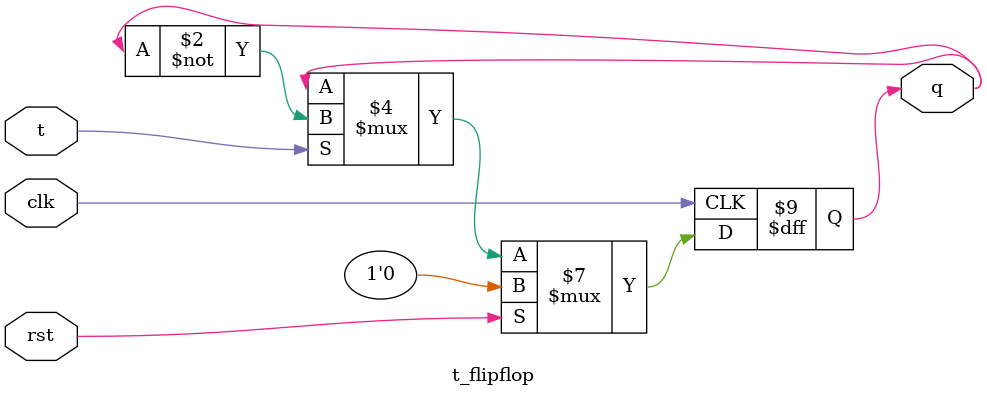
<source format=v>
module t_flipflop (
    input wire clk,
    input wire t,
    input wire rst,     // Active-high synchronous reset
    output reg q
);
    always @(posedge clk) begin
        if (rst)
            q <= 0;
        else if (t)
            q <= ~q;    // Toggle
        else
            q <= q;     // Hold
    end
endmodule


</source>
